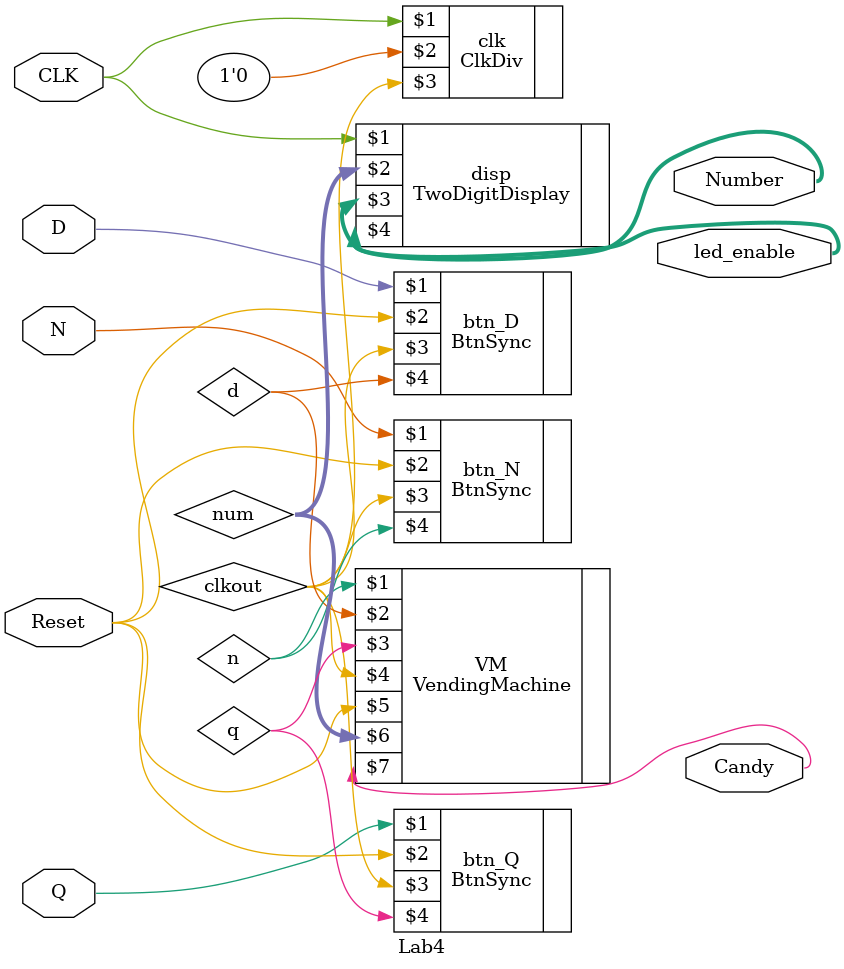
<source format=v>
`timescale 1ns / 1ps


module Lab4(
    input N, D, Q, CLK, Reset,
    output [6:0] Number,
    output [3:0] led_enable,
    output Candy
);

wire clkout, n, d, q;
wire [6:0] num;

//assign led_enable = 4'b1100;
ClkDiv clk(CLK, 1'b0, clkout);
BtnSync btn_N(N, Reset, clkout, n);
BtnSync btn_D(D, Reset, clkout, d);
BtnSync btn_Q(Q, Reset, clkout, q);
VendingMachine VM(n, d, q, clkout, Reset, num, Candy);
TwoDigitDisplay disp(CLK, num, Number, led_enable); 
    
endmodule

</source>
